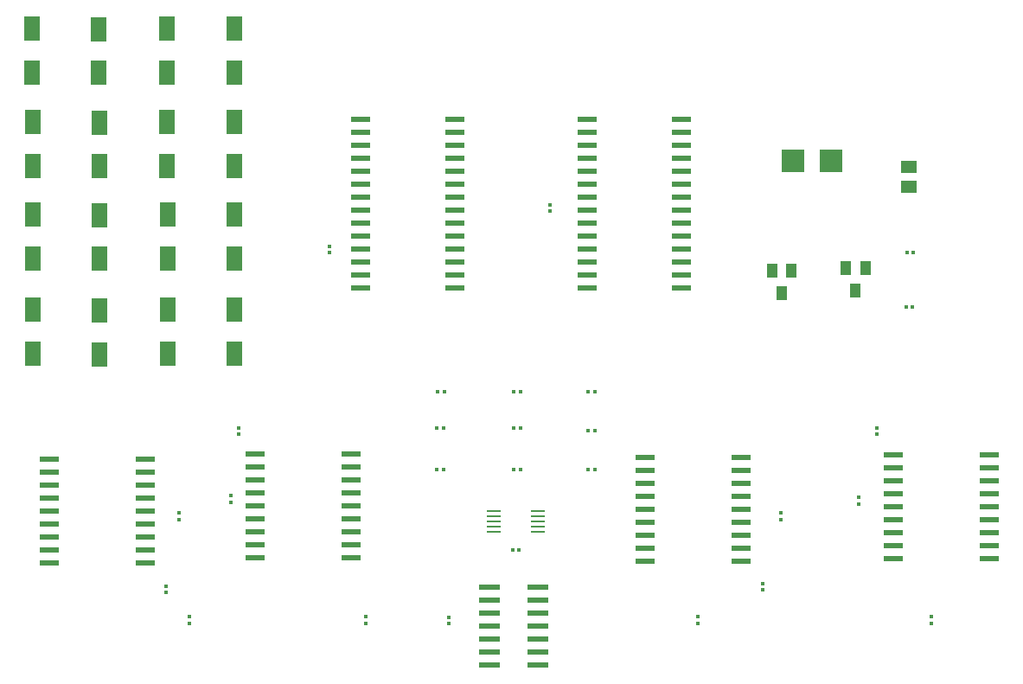
<source format=gbr>
G04 #@! TF.GenerationSoftware,KiCad,Pcbnew,5.1.5*
G04 #@! TF.CreationDate,2020-04-29T22:13:39-04:00*
G04 #@! TF.ProjectId,EVE-PCB-V2,4556452d-5043-4422-9d56-322e6b696361,rev?*
G04 #@! TF.SameCoordinates,Original*
G04 #@! TF.FileFunction,Paste,Top*
G04 #@! TF.FilePolarity,Positive*
%FSLAX46Y46*%
G04 Gerber Fmt 4.6, Leading zero omitted, Abs format (unit mm)*
G04 Created by KiCad (PCBNEW 5.1.5) date 2020-04-29 22:13:39*
%MOMM*%
%LPD*%
G04 APERTURE LIST*
%ADD10R,1.910000X0.600000*%
%ADD11R,1.500000X1.300000*%
%ADD12R,0.410000X0.420000*%
%ADD13R,0.406400X0.304800*%
%ADD14R,1.550000X2.350000*%
%ADD15R,2.180400X2.210000*%
%ADD16R,1.981200X0.558800*%
%ADD17R,0.440000X0.420000*%
%ADD18R,0.420000X0.440000*%
%ADD19R,1.470000X0.280000*%
%ADD20R,2.057400X0.609600*%
%ADD21R,1.000000X1.400000*%
%ADD22R,0.420000X0.410000*%
G04 APERTURE END LIST*
D10*
X133246231Y-45435846D03*
X133246231Y-46705846D03*
X133246231Y-47975846D03*
X133246231Y-49245846D03*
X133246231Y-50515846D03*
X133246231Y-51785846D03*
X133246231Y-53055846D03*
X133246231Y-54325846D03*
X133246231Y-55595846D03*
X133246231Y-56865846D03*
X133246231Y-58135846D03*
X133246231Y-59405846D03*
X133246231Y-60675846D03*
X133246231Y-61945846D03*
X124026231Y-61945846D03*
X124026231Y-60675846D03*
X124026231Y-59405846D03*
X124026231Y-58135846D03*
X124026231Y-56865846D03*
X124026231Y-55595846D03*
X124026231Y-54325846D03*
X124026231Y-53055846D03*
X124026231Y-51785846D03*
X124026231Y-50515846D03*
X124026231Y-49245846D03*
X124026231Y-47975846D03*
X124026231Y-46705846D03*
X124026231Y-45435846D03*
D11*
X177706346Y-50121269D03*
X177706346Y-52021269D03*
D12*
X177986346Y-63832269D03*
X177426346Y-63832269D03*
D13*
X178074646Y-58434769D03*
X177465046Y-58434769D03*
D14*
X91842846Y-36538269D03*
X91842846Y-40838269D03*
X98363846Y-36601769D03*
X98363846Y-40901769D03*
X111596346Y-36538269D03*
X111596346Y-40838269D03*
X105011846Y-36538269D03*
X105011846Y-40838269D03*
X105011846Y-45671769D03*
X105011846Y-49971769D03*
X111596346Y-45671769D03*
X111596346Y-49971769D03*
X98427346Y-45735269D03*
X98427346Y-50035269D03*
X91906346Y-45671769D03*
X91906346Y-49971769D03*
X111596346Y-54741769D03*
X111596346Y-59041769D03*
X111596346Y-68365769D03*
X111596346Y-64065769D03*
X98427346Y-54805269D03*
X98427346Y-59105269D03*
X91906346Y-54741769D03*
X91906346Y-59041769D03*
X105075346Y-64065769D03*
X105075346Y-68365769D03*
X105075346Y-54741769D03*
X105075346Y-59041769D03*
X98427346Y-64129269D03*
X98427346Y-68429269D03*
X91906346Y-64065769D03*
X91906346Y-68365769D03*
D15*
X170038546Y-49481269D03*
X166324146Y-49481269D03*
D16*
X176131546Y-88406769D03*
X176131546Y-87136769D03*
X176131546Y-85866769D03*
X176131546Y-84596769D03*
X176131546Y-83326769D03*
X176131546Y-82056769D03*
X176131546Y-80786769D03*
X176131546Y-79516769D03*
X176131546Y-78246769D03*
X185504146Y-78246769D03*
X185504146Y-79516769D03*
X185504146Y-80786769D03*
X185504146Y-82056769D03*
X185504146Y-83326769D03*
X185504146Y-84596769D03*
X185504146Y-85866769D03*
X185504146Y-87136769D03*
X185504146Y-88406769D03*
X161247146Y-78564269D03*
X161247146Y-79834269D03*
X161247146Y-81104269D03*
X161247146Y-82374269D03*
X161247146Y-83644269D03*
X161247146Y-84914269D03*
X161247146Y-86184269D03*
X161247146Y-87454269D03*
X161247146Y-88724269D03*
X151874546Y-88724269D03*
X151874546Y-87454269D03*
X151874546Y-86184269D03*
X151874546Y-84914269D03*
X151874546Y-83644269D03*
X151874546Y-82374269D03*
X151874546Y-81104269D03*
X151874546Y-79834269D03*
X151874546Y-78564269D03*
X113677700Y-88392000D03*
X113677700Y-87122000D03*
X113677700Y-85852000D03*
X113677700Y-84582000D03*
X113677700Y-83312000D03*
X113677700Y-82042000D03*
X113677700Y-80772000D03*
X113677700Y-79502000D03*
X113677700Y-78232000D03*
X123050300Y-78232000D03*
X123050300Y-79502000D03*
X123050300Y-80772000D03*
X123050300Y-82042000D03*
X123050300Y-83312000D03*
X123050300Y-84582000D03*
X123050300Y-85852000D03*
X123050300Y-87122000D03*
X123050300Y-88392000D03*
X102890646Y-78691269D03*
X102890646Y-79961269D03*
X102890646Y-81231269D03*
X102890646Y-82501269D03*
X102890646Y-83771269D03*
X102890646Y-85041269D03*
X102890646Y-86311269D03*
X102890646Y-87581269D03*
X102890646Y-88851269D03*
X93518046Y-88851269D03*
X93518046Y-87581269D03*
X93518046Y-86311269D03*
X93518046Y-85041269D03*
X93518046Y-83771269D03*
X93518046Y-82501269D03*
X93518046Y-81231269D03*
X93518046Y-79961269D03*
X93518046Y-78691269D03*
D17*
X132149083Y-79756000D03*
X131469083Y-79756000D03*
X131400000Y-75692000D03*
X132080000Y-75692000D03*
X146894583Y-75924344D03*
X146214583Y-75924344D03*
X131532583Y-72124344D03*
X132212583Y-72124344D03*
X146214583Y-72124344D03*
X146894583Y-72124344D03*
X146214583Y-79756000D03*
X146894583Y-79756000D03*
X139659083Y-75692000D03*
X138979083Y-75692000D03*
X138979083Y-79756000D03*
X139659083Y-79756000D03*
X139659083Y-72124344D03*
X138979083Y-72124344D03*
D18*
X179832000Y-94828000D03*
X179832000Y-94148000D03*
X172720000Y-83144000D03*
X172720000Y-82464000D03*
X156972000Y-94828000D03*
X156972000Y-94148000D03*
X165100000Y-84668000D03*
X165100000Y-83988000D03*
X124460000Y-94828000D03*
X124460000Y-94148000D03*
X111252000Y-82296000D03*
X111252000Y-82976000D03*
X107188000Y-94828000D03*
X107188000Y-94148000D03*
X106172000Y-84668000D03*
X106172000Y-83988000D03*
D19*
X141311846Y-83787269D03*
X141311846Y-84287269D03*
X141311846Y-84787269D03*
X141311846Y-85287269D03*
X141311846Y-85787269D03*
X137011846Y-85787269D03*
X137011846Y-85287269D03*
X137011846Y-84787269D03*
X137011846Y-84287269D03*
X137011846Y-83787269D03*
D20*
X141384346Y-91200769D03*
X141384346Y-92470769D03*
X141384346Y-93740769D03*
X141384346Y-95010769D03*
X141384346Y-96280769D03*
X141384346Y-97550769D03*
X141384346Y-98820769D03*
X136583746Y-98820769D03*
X136583746Y-97550769D03*
X136583746Y-96280769D03*
X136583746Y-95010769D03*
X136583746Y-93740769D03*
X136583746Y-92470769D03*
X136583746Y-91200769D03*
D21*
X166162231Y-60274346D03*
X164262231Y-60274346D03*
X165212231Y-62474346D03*
X173401231Y-60020346D03*
X171501231Y-60020346D03*
X172451231Y-62220346D03*
D10*
X155373769Y-45435846D03*
X155373769Y-46705846D03*
X155373769Y-47975846D03*
X155373769Y-49245846D03*
X155373769Y-50515846D03*
X155373769Y-51785846D03*
X155373769Y-53055846D03*
X155373769Y-54325846D03*
X155373769Y-55595846D03*
X155373769Y-56865846D03*
X155373769Y-58135846D03*
X155373769Y-59405846D03*
X155373769Y-60675846D03*
X155373769Y-61945846D03*
X146153769Y-61945846D03*
X146153769Y-60675846D03*
X146153769Y-59405846D03*
X146153769Y-58135846D03*
X146153769Y-56865846D03*
X146153769Y-55595846D03*
X146153769Y-54325846D03*
X146153769Y-53055846D03*
X146153769Y-51785846D03*
X146153769Y-50515846D03*
X146153769Y-49245846D03*
X146153769Y-47975846D03*
X146153769Y-46705846D03*
X146153769Y-45435846D03*
D12*
X139472000Y-87630000D03*
X138912000Y-87630000D03*
D22*
X132588000Y-94208000D03*
X132588000Y-94768000D03*
X142494000Y-53822000D03*
X142494000Y-54382000D03*
X174498000Y-75666000D03*
X174498000Y-76226000D03*
X163322000Y-91466000D03*
X163322000Y-90906000D03*
X120904000Y-58446000D03*
X120904000Y-57886000D03*
X112014000Y-76226000D03*
X112014000Y-75666000D03*
X104902000Y-91160000D03*
X104902000Y-91720000D03*
M02*

</source>
